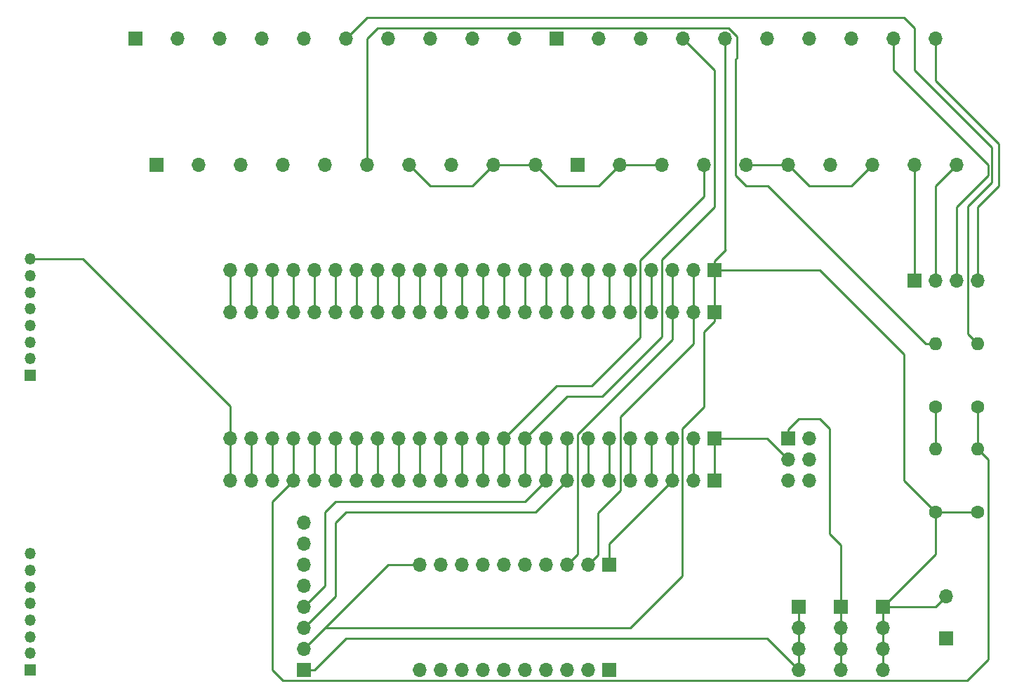
<source format=gbr>
G04 #@! TF.GenerationSoftware,KiCad,Pcbnew,(5.1.4)-1*
G04 #@! TF.CreationDate,2020-01-22T00:42:56-05:00*
G04 #@! TF.ProjectId,MainDataAquisitionBoard,4d61696e-4461-4746-9141-717569736974,rev?*
G04 #@! TF.SameCoordinates,Original*
G04 #@! TF.FileFunction,Copper,L1,Top*
G04 #@! TF.FilePolarity,Positive*
%FSLAX46Y46*%
G04 Gerber Fmt 4.6, Leading zero omitted, Abs format (unit mm)*
G04 Created by KiCad (PCBNEW (5.1.4)-1) date 2020-01-22 00:42:56*
%MOMM*%
%LPD*%
G04 APERTURE LIST*
%ADD10O,1.700000X1.700000*%
%ADD11R,1.700000X1.700000*%
%ADD12C,1.600000*%
%ADD13O,1.600000X1.600000*%
%ADD14O,1.350000X1.350000*%
%ADD15R,1.350000X1.350000*%
%ADD16C,0.250000*%
G04 APERTURE END LIST*
D10*
X142240000Y-69850000D03*
X167640000Y-69850000D03*
X172720000Y-69850000D03*
X147320000Y-69850000D03*
X177800000Y-69850000D03*
X162560000Y-69850000D03*
D11*
X132080000Y-69850000D03*
D10*
X137160000Y-69850000D03*
X152400000Y-69850000D03*
X157480000Y-69850000D03*
D12*
X180340000Y-111760000D03*
D13*
X180340000Y-104140000D03*
D10*
X90170000Y-82550000D03*
X92710000Y-82550000D03*
X95250000Y-82550000D03*
X97790000Y-82550000D03*
X100330000Y-82550000D03*
X102870000Y-82550000D03*
X105410000Y-82550000D03*
X107950000Y-82550000D03*
X110490000Y-82550000D03*
X113030000Y-82550000D03*
X115570000Y-82550000D03*
X118110000Y-82550000D03*
X120650000Y-82550000D03*
X123190000Y-82550000D03*
X125730000Y-82550000D03*
X128270000Y-82550000D03*
X130810000Y-82550000D03*
X133350000Y-82550000D03*
X135890000Y-82550000D03*
X138430000Y-82550000D03*
X140970000Y-82550000D03*
X143510000Y-82550000D03*
X146050000Y-82550000D03*
D11*
X148590000Y-82550000D03*
X148590000Y-87630000D03*
D10*
X146050000Y-87630000D03*
X143510000Y-87630000D03*
X140970000Y-87630000D03*
X138430000Y-87630000D03*
X135890000Y-87630000D03*
X133350000Y-87630000D03*
X130810000Y-87630000D03*
X128270000Y-87630000D03*
X125730000Y-87630000D03*
X123190000Y-87630000D03*
X120650000Y-87630000D03*
X118110000Y-87630000D03*
X115570000Y-87630000D03*
X113030000Y-87630000D03*
X110490000Y-87630000D03*
X107950000Y-87630000D03*
X105410000Y-87630000D03*
X102870000Y-87630000D03*
X100330000Y-87630000D03*
X97790000Y-87630000D03*
X95250000Y-87630000D03*
X92710000Y-87630000D03*
X90170000Y-87630000D03*
D11*
X148590000Y-102870000D03*
D10*
X146050000Y-102870000D03*
X143510000Y-102870000D03*
X140970000Y-102870000D03*
X138430000Y-102870000D03*
X135890000Y-102870000D03*
X133350000Y-102870000D03*
X130810000Y-102870000D03*
X128270000Y-102870000D03*
X125730000Y-102870000D03*
X123190000Y-102870000D03*
X120650000Y-102870000D03*
X118110000Y-102870000D03*
X115570000Y-102870000D03*
X113030000Y-102870000D03*
X110490000Y-102870000D03*
X107950000Y-102870000D03*
X105410000Y-102870000D03*
X102870000Y-102870000D03*
X100330000Y-102870000D03*
X97790000Y-102870000D03*
X95250000Y-102870000D03*
X92710000Y-102870000D03*
X90170000Y-102870000D03*
X90170000Y-107950000D03*
X92710000Y-107950000D03*
X95250000Y-107950000D03*
X97790000Y-107950000D03*
X100330000Y-107950000D03*
X102870000Y-107950000D03*
X105410000Y-107950000D03*
X107950000Y-107950000D03*
X110490000Y-107950000D03*
X113030000Y-107950000D03*
X115570000Y-107950000D03*
X118110000Y-107950000D03*
X120650000Y-107950000D03*
X123190000Y-107950000D03*
X125730000Y-107950000D03*
X128270000Y-107950000D03*
X130810000Y-107950000D03*
X133350000Y-107950000D03*
X135890000Y-107950000D03*
X138430000Y-107950000D03*
X140970000Y-107950000D03*
X143510000Y-107950000D03*
X146050000Y-107950000D03*
D11*
X148590000Y-107950000D03*
D14*
X66040000Y-81250000D03*
X66040000Y-83250000D03*
X66040000Y-85250000D03*
X66040000Y-87250000D03*
X66040000Y-89250000D03*
X66040000Y-91250000D03*
X66040000Y-93250000D03*
D15*
X66040000Y-95250000D03*
X66040000Y-130810000D03*
D14*
X66040000Y-128810000D03*
X66040000Y-126810000D03*
X66040000Y-124810000D03*
X66040000Y-122810000D03*
X66040000Y-120810000D03*
X66040000Y-118810000D03*
X66040000Y-116810000D03*
D10*
X168910000Y-130810000D03*
X168910000Y-128270000D03*
X168910000Y-125730000D03*
D11*
X168910000Y-123190000D03*
X163830000Y-123190000D03*
D10*
X163830000Y-125730000D03*
X163830000Y-128270000D03*
X163830000Y-130810000D03*
D11*
X172720000Y-83820000D03*
D10*
X175260000Y-83820000D03*
X177800000Y-83820000D03*
X180340000Y-83820000D03*
X158750000Y-130810000D03*
X158750000Y-128270000D03*
X158750000Y-125730000D03*
D11*
X158750000Y-123190000D03*
D13*
X175260000Y-91440000D03*
D12*
X175260000Y-99060000D03*
D13*
X175260000Y-104140000D03*
D12*
X175260000Y-111760000D03*
X180340000Y-99060000D03*
D13*
X180340000Y-91440000D03*
D10*
X91440000Y-69850000D03*
X116840000Y-69850000D03*
X121920000Y-69850000D03*
X96520000Y-69850000D03*
X127000000Y-69850000D03*
X111760000Y-69850000D03*
D11*
X81280000Y-69850000D03*
D10*
X86360000Y-69850000D03*
X101600000Y-69850000D03*
X106680000Y-69850000D03*
X104140000Y-54610000D03*
X99060000Y-54610000D03*
X83820000Y-54610000D03*
D11*
X78740000Y-54610000D03*
D10*
X109220000Y-54610000D03*
X124460000Y-54610000D03*
X93980000Y-54610000D03*
X119380000Y-54610000D03*
X114300000Y-54610000D03*
X88900000Y-54610000D03*
X154940000Y-54610000D03*
X149860000Y-54610000D03*
X134620000Y-54610000D03*
D11*
X129540000Y-54610000D03*
D10*
X160020000Y-54610000D03*
X175260000Y-54610000D03*
X144780000Y-54610000D03*
X170180000Y-54610000D03*
X165100000Y-54610000D03*
X139700000Y-54610000D03*
D11*
X99060000Y-130810000D03*
D10*
X99060000Y-128270000D03*
X99060000Y-125730000D03*
X99060000Y-123190000D03*
X99060000Y-120650000D03*
X99060000Y-118110000D03*
X99060000Y-115570000D03*
X99060000Y-113030000D03*
D11*
X135890000Y-118110000D03*
D10*
X133350000Y-118110000D03*
X130810000Y-118110000D03*
X128270000Y-118110000D03*
X125730000Y-118110000D03*
X123190000Y-118110000D03*
X120650000Y-118110000D03*
X118110000Y-118110000D03*
X115570000Y-118110000D03*
X113030000Y-118110000D03*
X113030000Y-130810000D03*
X115570000Y-130810000D03*
X118110000Y-130810000D03*
X120650000Y-130810000D03*
X123190000Y-130810000D03*
X125730000Y-130810000D03*
X128270000Y-130810000D03*
X130810000Y-130810000D03*
X133350000Y-130810000D03*
D11*
X135890000Y-130810000D03*
X157480000Y-102870000D03*
D10*
X160020000Y-102870000D03*
X157480000Y-105410000D03*
X160020000Y-105410000D03*
X157480000Y-107950000D03*
X160020000Y-107950000D03*
D11*
X176530000Y-127000000D03*
D10*
X176530000Y-121920000D03*
D16*
X90170000Y-82550000D02*
X90170000Y-87630000D01*
X92710000Y-82550000D02*
X92710000Y-87630000D01*
X143510000Y-102870000D02*
X143510000Y-107950000D01*
X127000000Y-69850000D02*
X121920000Y-69850000D01*
X121920000Y-69850000D02*
X119380000Y-72390000D01*
X114300000Y-72390000D02*
X111760000Y-69850000D01*
X119380000Y-72390000D02*
X114300000Y-72390000D01*
X154940000Y-127000000D02*
X158750000Y-130810000D01*
X152400000Y-127000000D02*
X154940000Y-127000000D01*
X158750000Y-130810000D02*
X158750000Y-123190000D01*
X99060000Y-130810000D02*
X100330000Y-130810000D01*
X100330000Y-130810000D02*
X104140000Y-127000000D01*
X104140000Y-127000000D02*
X113030000Y-127000000D01*
X113030000Y-127000000D02*
X152400000Y-127000000D01*
X135890000Y-115570000D02*
X143510000Y-107950000D01*
X135890000Y-118110000D02*
X135890000Y-115570000D01*
X127000000Y-69850000D02*
X129540000Y-72390000D01*
X129540000Y-72390000D02*
X134620000Y-72390000D01*
X134620000Y-72390000D02*
X137160000Y-69850000D01*
X137160000Y-69850000D02*
X142240000Y-69850000D01*
X152400000Y-69850000D02*
X157480000Y-69850000D01*
X157480000Y-69850000D02*
X160020000Y-72390000D01*
X165100000Y-72390000D02*
X167640000Y-69850000D01*
X160020000Y-72390000D02*
X165100000Y-72390000D01*
X135890000Y-82550000D02*
X135890000Y-87630000D01*
X128270000Y-82550000D02*
X128270000Y-87630000D01*
X125730000Y-82550000D02*
X125730000Y-87630000D01*
X118110000Y-82550000D02*
X118110000Y-87630000D01*
X115570000Y-82550000D02*
X115570000Y-87630000D01*
X146050000Y-102870000D02*
X146050000Y-107950000D01*
X133350000Y-102870000D02*
X133350000Y-107950000D01*
X90170000Y-102870000D02*
X90170000Y-107950000D01*
X90170000Y-99030000D02*
X90170000Y-102870000D01*
X72390000Y-81250000D02*
X90170000Y-99030000D01*
X72390000Y-81250000D02*
X66040000Y-81250000D01*
X95250000Y-82550000D02*
X95250000Y-87630000D01*
X97790000Y-82550000D02*
X97790000Y-87630000D01*
X100330000Y-82550000D02*
X100330000Y-87630000D01*
X102870000Y-82550000D02*
X102870000Y-87630000D01*
X105410000Y-82550000D02*
X105410000Y-87630000D01*
X105410000Y-87630000D02*
X105410000Y-83350998D01*
X107950000Y-82550000D02*
X107950000Y-87630000D01*
X110490000Y-82550000D02*
X110490000Y-87630000D01*
X113030000Y-82550000D02*
X113030000Y-87630000D01*
X115570000Y-102870000D02*
X115570000Y-107950000D01*
X113030000Y-107950000D02*
X113030000Y-102870000D01*
X110490000Y-102870000D02*
X110490000Y-107950000D01*
X107950000Y-107950000D02*
X107950000Y-102870000D01*
X105410000Y-102870000D02*
X105410000Y-107950000D01*
X102870000Y-102870000D02*
X102870000Y-107950000D01*
X100330000Y-102870000D02*
X100330000Y-107950000D01*
X97790000Y-102870000D02*
X97790000Y-107950000D01*
X180340000Y-104140000D02*
X180340000Y-99060000D01*
X180340000Y-104140000D02*
X181610000Y-105410000D01*
X181610000Y-105410000D02*
X181610000Y-129540000D01*
X181610000Y-129540000D02*
X179070000Y-132080000D01*
X95250000Y-110490000D02*
X97790000Y-107950000D01*
X95250000Y-130810000D02*
X96520000Y-132080000D01*
X95250000Y-110490000D02*
X95250000Y-130810000D01*
X179070000Y-132080000D02*
X96520000Y-132080000D01*
X95250000Y-102870000D02*
X95250000Y-107950000D01*
X175260000Y-104140000D02*
X175260000Y-99060000D01*
X92710000Y-102870000D02*
X92710000Y-107950000D01*
X123190000Y-102870000D02*
X123190000Y-107950000D01*
X133819002Y-96520000D02*
X129540000Y-96520000D01*
X129540000Y-96520000D02*
X123190000Y-102870000D01*
X139605001Y-90734001D02*
X138664501Y-91674501D01*
X139605001Y-81374999D02*
X139605001Y-90734001D01*
X138664501Y-91674501D02*
X133819002Y-96520000D01*
X147320000Y-73660000D02*
X147320000Y-69850000D01*
X147320000Y-73660000D02*
X139605001Y-81374999D01*
X135890000Y-102870000D02*
X135890000Y-107950000D01*
X157480000Y-101770000D02*
X157480000Y-102870000D01*
X158750000Y-100500000D02*
X157480000Y-101770000D01*
X161290000Y-100500000D02*
X158750000Y-100500000D01*
X162475000Y-101685000D02*
X161290000Y-100500000D01*
X162475000Y-114385000D02*
X162475000Y-101685000D01*
X163830000Y-115740000D02*
X163830000Y-123190000D01*
X162475000Y-114385000D02*
X163830000Y-115740000D01*
X163830000Y-123190000D02*
X163830000Y-130810000D01*
X130810000Y-82550000D02*
X130810000Y-87630000D01*
X133350000Y-82550000D02*
X133350000Y-87630000D01*
X138430000Y-82550000D02*
X138430000Y-87630000D01*
X140970000Y-82550000D02*
X140970000Y-87630000D01*
X140970000Y-102870000D02*
X140970000Y-107950000D01*
X138430000Y-102870000D02*
X138430000Y-107950000D01*
X130810000Y-102870000D02*
X130810000Y-107950000D01*
X130810000Y-107950000D02*
X127000000Y-111760000D01*
X127000000Y-111760000D02*
X111760000Y-111760000D01*
X111760000Y-111760000D02*
X104140000Y-111760000D01*
X104140000Y-111760000D02*
X102870000Y-113030000D01*
X102870000Y-121920000D02*
X99060000Y-125730000D01*
X102870000Y-113030000D02*
X102870000Y-121920000D01*
X128270000Y-102870000D02*
X128270000Y-107950000D01*
X128270000Y-107950000D02*
X125730000Y-110490000D01*
X125730000Y-110490000D02*
X110490000Y-110490000D01*
X110490000Y-110490000D02*
X102870000Y-110490000D01*
X102870000Y-110490000D02*
X101600000Y-111760000D01*
X101600000Y-120650000D02*
X99060000Y-123190000D01*
X101600000Y-111760000D02*
X101600000Y-120650000D01*
X125730000Y-107950000D02*
X125730000Y-102870000D01*
X130810000Y-97790000D02*
X125730000Y-102870000D01*
X142240000Y-81280000D02*
X142240000Y-90639002D01*
X142240000Y-90639002D02*
X135089002Y-97790000D01*
X135089002Y-97790000D02*
X130810000Y-97790000D01*
X148590000Y-58420000D02*
X148590000Y-74930000D01*
X148590000Y-74930000D02*
X142240000Y-81280000D01*
X144780000Y-54610000D02*
X148590000Y-58420000D01*
X120650000Y-102870000D02*
X120650000Y-107950000D01*
X174128630Y-91440000D02*
X175260000Y-91440000D01*
X152400000Y-72390000D02*
X155078630Y-72390000D01*
X151130000Y-71120000D02*
X152400000Y-72390000D01*
X151130000Y-57150000D02*
X151130000Y-71120000D01*
X106680000Y-54610000D02*
X107950000Y-53340000D01*
X106680000Y-69850000D02*
X106680000Y-54610000D01*
X107950000Y-53340000D02*
X150329002Y-53340000D01*
X150329002Y-53340000D02*
X151364501Y-54375499D01*
X151364501Y-54375499D02*
X151364501Y-56915499D01*
X155078630Y-72390000D02*
X174128630Y-91440000D01*
X151364501Y-56915499D02*
X151130000Y-57150000D01*
X172720000Y-83820000D02*
X172720000Y-71120000D01*
X172720000Y-71120000D02*
X172720000Y-69850000D01*
X170180000Y-58420000D02*
X170180000Y-54610000D01*
X181610000Y-69850000D02*
X170180000Y-58420000D01*
X181610000Y-71120000D02*
X181610000Y-69850000D01*
X177800000Y-83820000D02*
X177800000Y-74930000D01*
X177800000Y-74930000D02*
X181610000Y-71120000D01*
X175260000Y-72390000D02*
X177800000Y-69850000D01*
X175260000Y-83820000D02*
X175260000Y-72390000D01*
X175260000Y-59690000D02*
X175260000Y-54610000D01*
X182880000Y-67310000D02*
X175260000Y-59690000D01*
X182880000Y-72390000D02*
X182880000Y-67310000D01*
X180340000Y-83820000D02*
X180340000Y-74930000D01*
X180340000Y-74930000D02*
X182880000Y-72390000D01*
X182060009Y-71939991D02*
X182060009Y-67760009D01*
X179164999Y-74835001D02*
X182060009Y-71939991D01*
X180340000Y-91440000D02*
X179164999Y-90264999D01*
X179164999Y-90264999D02*
X179164999Y-74835001D01*
X182060009Y-67760009D02*
X172720000Y-58420000D01*
X172720000Y-58420000D02*
X172720000Y-53340000D01*
X172720000Y-53340000D02*
X171450000Y-52070000D01*
X106680000Y-52070000D02*
X104140000Y-54610000D01*
X171450000Y-52070000D02*
X106680000Y-52070000D01*
X118110000Y-107950000D02*
X118110000Y-102870000D01*
X143510000Y-82550000D02*
X143510000Y-87630000D01*
X143510000Y-90970998D02*
X143510000Y-87630000D01*
X132080000Y-102400998D02*
X143510000Y-90970998D01*
X130810000Y-118110000D02*
X132080000Y-116840000D01*
X132080000Y-116840000D02*
X132080000Y-102400998D01*
X146050000Y-82550000D02*
X146050000Y-87630000D01*
X134525001Y-116934999D02*
X134525001Y-111854999D01*
X133350000Y-118110000D02*
X134525001Y-116934999D01*
X137254999Y-109125001D02*
X137254999Y-100235001D01*
X134525001Y-111854999D02*
X137254999Y-109125001D01*
X146050000Y-91440000D02*
X146050000Y-87630000D01*
X137254999Y-100235001D02*
X146050000Y-91440000D01*
X154940000Y-102870000D02*
X157480000Y-105410000D01*
X148590000Y-102870000D02*
X154940000Y-102870000D01*
X148590000Y-102870000D02*
X148590000Y-107950000D01*
X148590000Y-82550000D02*
X148590000Y-87630000D01*
X171450000Y-107950000D02*
X175260000Y-111760000D01*
X171450000Y-92710000D02*
X171450000Y-107950000D01*
X148590000Y-82550000D02*
X161290000Y-82550000D01*
X161290000Y-82550000D02*
X171450000Y-92710000D01*
X175260000Y-111760000D02*
X180340000Y-111760000D01*
X175260000Y-116840000D02*
X168910000Y-123190000D01*
X175260000Y-111760000D02*
X175260000Y-116840000D01*
X175260000Y-123190000D02*
X176530000Y-121920000D01*
X168910000Y-123190000D02*
X175260000Y-123190000D01*
X168910000Y-123190000D02*
X168910000Y-130810000D01*
X148590000Y-88730000D02*
X147320000Y-90000000D01*
X138430000Y-125730000D02*
X101600000Y-125730000D01*
X148590000Y-87630000D02*
X148590000Y-88730000D01*
X147320000Y-90000000D02*
X147320000Y-99060000D01*
X147320000Y-99060000D02*
X144685001Y-101694999D01*
X144685001Y-101694999D02*
X144685001Y-119474999D01*
X144685001Y-119474999D02*
X138430000Y-125730000D01*
X113030000Y-118110000D02*
X109220000Y-118110000D01*
X109220000Y-118110000D02*
X101600000Y-125730000D01*
X101600000Y-125730000D02*
X99060000Y-128270000D01*
X148590000Y-81450000D02*
X148590000Y-82550000D01*
X149860000Y-80010000D02*
X149945000Y-80095000D01*
X149860000Y-54610000D02*
X149860000Y-80010000D01*
X149945000Y-80095000D02*
X148590000Y-81450000D01*
X120650000Y-82550000D02*
X120650000Y-87630000D01*
X123190000Y-82550000D02*
X123190000Y-87630000D01*
M02*

</source>
